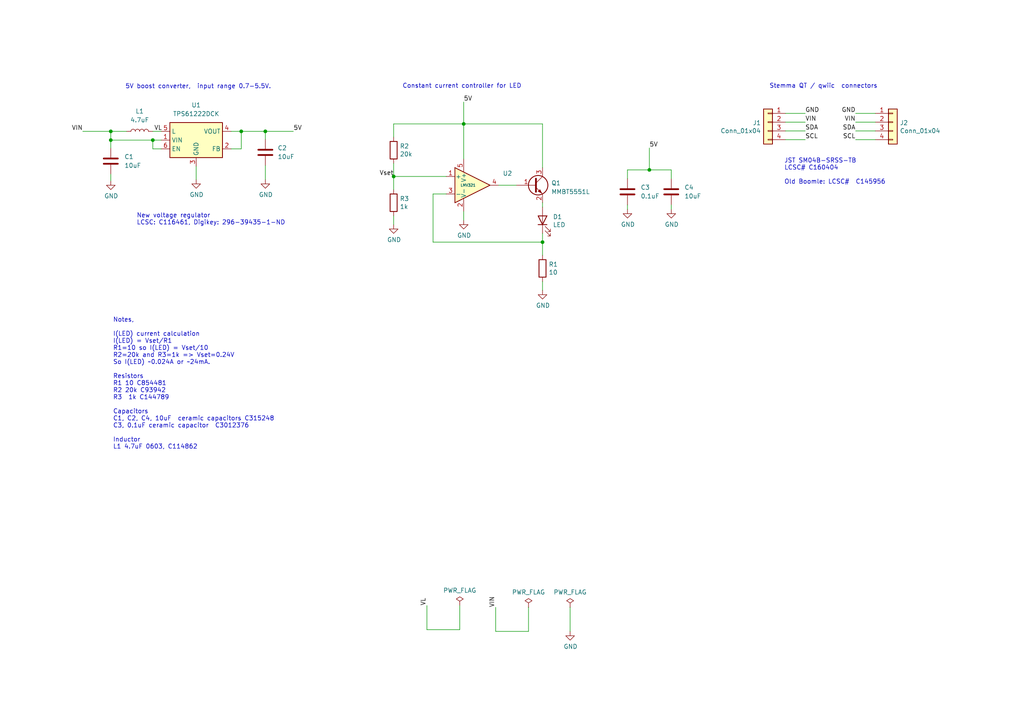
<source format=kicad_sch>
(kicad_sch (version 20230121) (generator eeschema)
  (paper "A4")
  (lib_symbols
    (symbol "Amplifier_Operational:LMV321" (pin_names (offset 0.127))
      (property "Reference" "U" (at 0 5.08 0))
      (property "Value" "LMV321" (at 0 -5.08 0))
      (symbol "LMV321_0_1"
        (polyline (pts (xy -5.08 5.08) (xy 5.08 0) (xy -5.08 -5.08) (xy -5.08 5.08)) (stroke (width 0.254)) (fill (type background)))
        (pin power_in line (at -2.54 -7.62 90) (length 3.81) (name "V-") (number "2"))
        (pin power_in line (at -2.54 7.62 270) (length 3.81) (name "V+") (number "5"))
      )
      (symbol "LMV321_1_1"
        (pin input line (at -7.62 2.54 0) (length 2.54) (name "+") (number "1"))
        (pin input line (at -7.62 -2.54 0) (length 2.54) (name "-") (number "3"))
        (pin output line (at 7.62 0 180) (length 2.54) (name "~") (number "4"))
      )
    )
    (symbol "Connector_Generic:Conn_01x04" (pin_names (offset 1.016) hide)
      (property "Reference" "J" (at 0 5.08 0))
      (property "Value" "Conn_01x04" (at 0 -7.62 0))
      (symbol "Conn_01x04_1_1"
        (rectangle (start -1.27 -4.953) (end 0 -5.207) (stroke (width 0.1524)))
        (rectangle (start -1.27 -2.413) (end 0 -2.667) (stroke (width 0.1524)))
        (rectangle (start -1.27 0.127) (end 0 -0.127) (stroke (width 0.1524)))
        (rectangle (start -1.27 2.667) (end 0 2.413) (stroke (width 0.1524)))
        (rectangle (start -1.27 3.81) (end 1.27 -6.35) (stroke (width 0.254)) (fill (type background)))
        (pin passive line (at -5.08 2.54 0) (length 3.81) (name "Pin_1") (number "1"))
        (pin passive line (at -5.08 0 0) (length 3.81) (name "Pin_2") (number "2"))
        (pin passive line (at -5.08 -2.54 0) (length 3.81) (name "Pin_3") (number "3"))
        (pin passive line (at -5.08 -5.08 0) (length 3.81) (name "Pin_4") (number "4"))
      )
    )
    (symbol "Device:C" (pin_numbers hide) (pin_names (offset 0.254))
      (property "Reference" "C" (at 0.635 2.54 0))
      (property "Value" "C" (at 0.635 -2.54 0))
      (symbol "C_0_1"
        (polyline (pts (xy -2.032 -0.762) (xy 2.032 -0.762)) (stroke (width 0.508)))
        (polyline (pts (xy -2.032 0.762) (xy 2.032 0.762)) (stroke (width 0.508)))
      )
      (symbol "C_1_1"
        (pin passive line (at 0 3.81 270) (length 2.794) (name "~") (number "1"))
        (pin passive line (at 0 -3.81 90) (length 2.794) (name "~") (number "2"))
      )
    )
    (symbol "Device:L" (pin_numbers hide) (pin_names (offset 1.016) hide)
      (property "Reference" "L" (at -1.27 0 90))
      (property "Value" "L" (at 1.905 0 90))
      (symbol "L_0_1"
        (arc (start 0 -2.54) (mid 0.6323 -1.905) (end 0 -1.27))
        (arc (start 0 -1.27) (mid 0.6323 -0.635) (end 0 0))
        (arc (start 0 0) (mid 0.6323 0.635) (end 0 1.27))
        (arc (start 0 1.27) (mid 0.6323 1.905) (end 0 2.54))
      )
      (symbol "L_1_1"
        (pin passive line (at 0 3.81 270) (length 1.27) (name "1") (number "1"))
        (pin passive line (at 0 -3.81 90) (length 1.27) (name "2") (number "2"))
      )
    )
    (symbol "Device:LED" (pin_numbers hide) (pin_names (offset 1.016) hide)
      (property "Reference" "D" (at 0 2.54 0))
      (property "Value" "LED" (at 0 -2.54 0))
      (symbol "LED_0_1"
        (polyline (pts (xy -1.27 -1.27) (xy -1.27 1.27)) (stroke (width 0.254)))
        (polyline (pts (xy -1.27 0) (xy 1.27 0)))
        (polyline (pts (xy 1.27 -1.27) (xy 1.27 1.27) (xy -1.27 0) (xy 1.27 -1.27)) (stroke (width 0.254)))
        (polyline (pts (xy -3.048 -0.762) (xy -4.572 -2.286) (xy -3.81 -2.286) (xy -4.572 -2.286) (xy -4.572 -1.524)))
        (polyline (pts (xy -1.778 -0.762) (xy -3.302 -2.286) (xy -2.54 -2.286) (xy -3.302 -2.286) (xy -3.302 -1.524)))
      )
      (symbol "LED_1_1"
        (pin passive line (at -3.81 0 0) (length 2.54) (name "K") (number "1"))
        (pin passive line (at 3.81 0 180) (length 2.54) (name "A") (number "2"))
      )
    )
    (symbol "Device:R" (pin_numbers hide) (pin_names (offset 0))
      (property "Reference" "R" (at 2.032 0 90))
      (property "Value" "R" (at 0 0 90))
      (symbol "R_0_1"
        (rectangle (start -1.016 -2.54) (end 1.016 2.54) (stroke (width 0.254)))
      )
      (symbol "R_1_1"
        (pin passive line (at 0 3.81 270) (length 1.27) (name "~") (number "1"))
        (pin passive line (at 0 -3.81 90) (length 1.27) (name "~") (number "2"))
      )
    )
    (symbol "Regulator_Switching:TPS61222DCK"
      (property "Reference" "U" (at -7.62 6.35 0))
      (property "Value" "TPS61222DCK" (at 2.54 6.35 0))
      (symbol "TPS61222DCK_0_1"
        (rectangle (start -7.62 5.08) (end 7.62 -5.08) (stroke (width 0.254)) (fill (type background)))
      )
      (symbol "TPS61222DCK_1_1"
        (pin power_in line (at -10.16 0 0) (length 2.54) (name "VIN") (number "1"))
        (pin input line (at 10.16 -2.54 180) (length 2.54) (name "FB") (number "2"))
        (pin power_in line (at 0 -7.62 90) (length 2.54) (name "GND") (number "3"))
        (pin power_out line (at 10.16 2.54 180) (length 2.54) (name "VOUT") (number "4"))
        (pin power_in line (at -10.16 2.54 0) (length 2.54) (name "L") (number "5"))
        (pin input line (at -10.16 -2.54 0) (length 2.54) (name "EN") (number "6"))
      )
    )
    (symbol "Transistor_BJT:MMBT5551L" (pin_names (offset 0) hide)
      (property "Reference" "Q" (at 5.08 1.905 0))
      (property "Value" "MMBT5551L" (at 5.08 0 0))
      (symbol "MMBT5551L_0_1"
        (polyline (pts (xy 0.635 0.635) (xy 2.54 2.54)))
        (polyline (pts (xy 0.635 -0.635) (xy 2.54 -2.54) (xy 2.54 -2.54)))
        (polyline (pts (xy 0.635 1.905) (xy 0.635 -1.905) (xy 0.635 -1.905)) (stroke (width 0.508)))
        (polyline (pts (xy 1.27 -1.778) (xy 1.778 -1.27) (xy 2.286 -2.286) (xy 1.27 -1.778) (xy 1.27 -1.778)) (fill (type outline)))
        (circle (center 1.27 0) (radius 2.8194) (stroke (width 0.254)))
      )
      (symbol "MMBT5551L_1_1"
        (pin input line (at -5.08 0 0) (length 5.715) (name "B") (number "1"))
        (pin passive line (at 2.54 -5.08 90) (length 2.54) (name "E") (number "2"))
        (pin passive line (at 2.54 5.08 270) (length 2.54) (name "C") (number "3"))
      )
    )
    (symbol "power:GND" (power) (pin_names (offset 0))
      (property "Value" "GND" (at 0 -3.81 0))
      (symbol "GND_0_1"
        (polyline (pts (xy 0 0) (xy 0 -1.27) (xy 1.27 -1.27) (xy 0 -2.54) (xy -1.27 -1.27) (xy 0 -1.27)))
      )
      (symbol "GND_1_1"
        (pin power_in line (at 0 0 270) (length 0) hide (name "GND") (number "1"))
      )
    )
    (symbol "power:PWR_FLAG" (power) (pin_numbers hide) (pin_names (offset 0) hide)
      (property "Value" "PWR_FLAG" (at 0 3.81 0))
      (symbol "PWR_FLAG_0_0"
        (pin power_out line (at 0 0 90) (length 0) (name "pwr") (number "1"))
      )
      (symbol "PWR_FLAG_0_1"
        (polyline (pts (xy 0 0) (xy 0 1.27) (xy -1.016 1.905) (xy 0 2.54) (xy 1.016 1.905) (xy 0 1.27)))
      )
    )
  )
  (junction (at 134.493 35.941))
  (junction (at 69.977 38.1))
  (junction (at 157.353 70.231))
  (junction (at 32.131 40.64))
  (junction (at 32.131 38.1))
  (junction (at 44.323 40.64))
  (junction (at 188.341 49.276))
  (junction (at 114.173 51.181))
  (junction (at 76.962 38.1))
  (wire (pts (xy 69.977 43.18) (xy 67.056 43.18)))
  (wire (pts (xy 125.603 56.261) (xy 129.413 56.261)))
  (wire (pts (xy 188.341 42.926) (xy 188.341 49.276)))
  (wire (pts (xy 157.353 70.231) (xy 125.603 70.231)))
  (wire (pts (xy 227.838 35.433) (xy 233.553 35.433)))
  (wire (pts (xy 157.353 81.661) (xy 157.353 84.201)))
  (wire (pts (xy 253.873 37.973) (xy 248.158 37.973)))
  (wire (pts (xy 157.353 67.691) (xy 157.353 70.231)))
  (wire (pts (xy 44.323 40.64) (xy 46.736 40.64)))
  (wire (pts (xy 114.173 35.941) (xy 114.173 39.751)))
  (wire (pts (xy 32.131 40.64) (xy 44.323 40.64)))
  (wire (pts (xy 133.35 175.641) (xy 133.35 182.626)))
  (wire (pts (xy 157.353 35.941) (xy 157.353 48.641)))
  (wire (pts (xy 114.173 51.181) (xy 114.173 47.371)))
  (wire (pts (xy 69.977 38.1) (xy 69.977 43.18)))
  (wire (pts (xy 253.873 35.433) (xy 248.158 35.433)))
  (wire (pts (xy 227.838 32.893) (xy 233.553 32.893)))
  (wire (pts (xy 114.173 51.181) (xy 114.173 54.991)))
  (wire (pts (xy 134.493 61.341) (xy 134.493 63.881)))
  (wire (pts (xy 36.703 38.1) (xy 32.131 38.1)))
  (wire (pts (xy 253.873 32.893) (xy 248.158 32.893)))
  (wire (pts (xy 188.341 49.276) (xy 194.691 49.276)))
  (wire (pts (xy 153.289 183.134) (xy 143.764 183.134)))
  (wire (pts (xy 194.691 59.436) (xy 194.691 60.706)))
  (wire (pts (xy 134.493 35.941) (xy 134.493 46.101)))
  (wire (pts (xy 153.289 176.149) (xy 153.289 183.134)))
  (wire (pts (xy 46.736 43.18) (xy 44.323 43.18)))
  (wire (pts (xy 194.691 49.276) (xy 194.691 51.816)))
  (wire (pts (xy 181.991 59.436) (xy 181.991 60.706)))
  (wire (pts (xy 67.056 38.1) (xy 69.977 38.1)))
  (wire (pts (xy 32.131 38.1) (xy 32.131 40.64)))
  (wire (pts (xy 253.873 40.513) (xy 248.158 40.513)))
  (wire (pts (xy 143.764 183.134) (xy 143.764 176.149)))
  (wire (pts (xy 114.173 62.611) (xy 114.173 65.151)))
  (wire (pts (xy 69.977 38.1) (xy 76.962 38.1)))
  (wire (pts (xy 157.353 58.801) (xy 157.353 60.071)))
  (wire (pts (xy 114.173 51.181) (xy 129.413 51.181)))
  (wire (pts (xy 134.493 35.941) (xy 114.173 35.941)))
  (wire (pts (xy 24.003 38.1) (xy 32.131 38.1)))
  (wire (pts (xy 133.35 182.626) (xy 123.825 182.626)))
  (wire (pts (xy 32.131 40.64) (xy 32.131 42.926)))
  (wire (pts (xy 76.962 38.1) (xy 76.962 40.386)))
  (wire (pts (xy 76.962 48.006) (xy 76.962 52.07)))
  (wire (pts (xy 32.131 50.546) (xy 32.131 52.451)))
  (wire (pts (xy 181.991 49.276) (xy 188.341 49.276)))
  (wire (pts (xy 134.493 35.941) (xy 157.353 35.941)))
  (wire (pts (xy 76.962 38.1) (xy 85.09 38.1)))
  (wire (pts (xy 123.825 182.626) (xy 123.825 175.641)))
  (wire (pts (xy 227.838 37.973) (xy 233.553 37.973)))
  (wire (pts (xy 44.323 38.1) (xy 46.736 38.1)))
  (wire (pts (xy 44.323 43.18) (xy 44.323 40.64)))
  (wire (pts (xy 165.354 176.149) (xy 165.354 183.134)))
  (wire (pts (xy 144.653 53.721) (xy 149.733 53.721)))
  (wire (pts (xy 125.603 70.231) (xy 125.603 56.261)))
  (wire (pts (xy 134.493 29.591) (xy 134.493 35.941)))
  (wire (pts (xy 181.991 51.816) (xy 181.991 49.276)))
  (wire (pts (xy 227.838 40.513) (xy 233.553 40.513)))
  (wire (pts (xy 56.896 48.26) (xy 56.896 52.07)))
  (wire (pts (xy 157.353 70.231) (xy 157.353 74.041)))
  (text "JST SM04B-SRSS-TB\nLCSC# C160404\n\nOld Boomle: LCSC#  C145956\n" (at 227.457 53.594 0) (effects (font (size 1.27 1.27)) (justify left bottom)))
  (text "Stemma QT / qwiic  connectors\n" (at 223.139 25.781 0) (effects (font (size 1.27 1.27)) (justify left bottom)))
  (text "New voltage regulator\nLCSC: C116461, Digikey: 296-39435-1-ND " (at 39.624 65.405 0) (effects (font (size 1.27 1.27)) (justify left bottom)))
  (text "Constant current controller for LED" (at 116.713 25.781 0) (effects (font (size 1.27 1.27)) (justify left bottom)))
  (text "5V boost converter,  input range 0.7-5.5V. " (at 36.322 25.908 0) (effects (font (size 1.27 1.27)) (justify left bottom)))
  (text "Notes, \n\nI(LED) current calculation\nI(LED) = Vset/R1\nR1=10 so I(LED) = Vset/10\nR2=20k and R3=1k => Vset=0.24V\nSo I(LED) ~0.024A or ~24mA. \n\nResistors\nR1 10 C854481\nR2 20k C93942\nR3  1k C144789\n\nCapacitors\nC1, C2, C4, 10uF  ceramic capacitors C315248\nC3, 0.1uF ceramic capacitor  C3012376\n\nInductor\nL1 4.7uF 0603, C114862\n" (at 32.766 130.429 0) (effects (font (size 1.27 1.27)) (justify left bottom)))
  (label "SCL" (at 233.553 40.513 0))
  (label "VIN" (at 24.003 38.1 180))
  (label "SCL" (at 248.158 40.513 180))
  (label "Vset" (at 114.173 51.181 180))
  (label "SDA" (at 248.158 37.973 180))
  (label "VIN" (at 143.764 176.149 90))
  (label "5V" (at 134.493 29.591 0))
  (label "5V" (at 188.341 42.926 0))
  (label "VIN" (at 248.158 35.433 180))
  (label "VIN" (at 233.553 35.433 0))
  (label "5V" (at 85.09 38.1 0))
  (label "GND" (at 233.553 32.893 0))
  (label "GND" (at 248.158 32.893 180))
  (label "VL" (at 44.704 38.1 0))
  (label "VL" (at 123.825 175.641 90))
  (label "SDA" (at 233.553 37.973 0))
  (symbol (lib_id "Connector_Generic:Conn_01x04") (at 222.758 35.433 0) (mirror y) (unit 1)
    (property "Reference" "J1" (at 220.726 35.6362 0) (effects (justify left)))
    (property "Value" "Conn_01x04" (at 220.726 37.9476 0) (effects (justify left)))
    (property "Footprint" "JST_SH_SM04B_custom:JST_SH_SM04B-SRSS-TB_1x04-1MP_P1.00mm_Horizontal" (effects hide))
  )
  (symbol (lib_id "Connector_Generic:Conn_01x04") (at 258.953 35.433 0) (unit 1)
    (property "Reference" "J2" (at 260.985 35.6362 0) (effects (justify left)))
    (property "Value" "Conn_01x04" (at 260.985 37.9476 0) (effects (justify left)))
    (property "Footprint" "JST_SH_SM04B_custom:JST_SH_SM04B-SRSS-TB_1x04-1MP_P1.00mm_Horizontal" (effects hide))
  )
  (symbol (lib_id "Device:LED") (at 157.353 63.881 90) (unit 1)
    (property "Reference" "D1" (at 160.3502 62.8904 90) (effects (justify right)))
    (property "Value" "LED" (at 160.3502 65.2018 90) (effects (justify right)))
    (property "Footprint" "LED_D3mm_custom:LED_D3.0mm" (effects hide))
  )
  (symbol (lib_id "Device:R") (at 157.353 77.851 0) (unit 1)
    (property "Reference" "R1" (at 159.131 76.6826 0) (effects (justify left)))
    (property "Value" "10" (at 159.131 78.994 0) (effects (justify left)))
    (property "Footprint" "Resistor_SMD:R_0402_1005Metric" (effects hide))
  )
  (symbol (lib_id "power:GND") (at 157.353 84.201 0) (unit 1)
    (property "Reference" "#PWR08" (effects hide))
    (property "Value" "GND" (at 157.48 88.5952 0))
  )
  (symbol (lib_id "power:PWR_FLAG") (at 165.354 176.149 0) (unit 1)
    (property "Reference" "#FLG0101" (effects hide))
    (property "Value" "PWR_FLAG" (at 165.354 171.7548 0))
  )
  (symbol (lib_id "power:PWR_FLAG") (at 153.289 176.149 0) (unit 1)
    (property "Reference" "#FLG0102" (effects hide))
    (property "Value" "PWR_FLAG" (at 153.289 171.7548 0))
  )
  (symbol (lib_id "power:GND") (at 165.354 183.134 0) (unit 1)
    (property "Reference" "#PWR0101" (effects hide))
    (property "Value" "GND" (at 165.481 187.5282 0))
  )
  (symbol (lib_id "Device:C") (at 194.691 55.626 0) (unit 1)
    (property "Reference" "C4" (at 198.501 54.356 0) (effects (justify left)))
    (property "Value" "10uF" (at 198.501 56.896 0) (effects (justify left)))
    (property "Footprint" "Capacitor_SMD:C_0402_1005Metric" (effects hide))
  )
  (symbol (lib_id "Device:C") (at 181.991 55.626 0) (unit 1)
    (property "Reference" "C3" (at 185.801 54.356 0) (effects (justify left)))
    (property "Value" "0.1uF" (at 185.801 56.896 0) (effects (justify left)))
    (property "Footprint" "Capacitor_SMD:C_0402_1005Metric" (effects hide))
  )
  (symbol (lib_id "power:GND") (at 194.691 60.706 0) (unit 1)
    (property "Reference" "#PWR06" (effects hide))
    (property "Value" "GND" (at 194.818 65.1002 0))
  )
  (symbol (lib_id "power:GND") (at 32.131 52.451 0) (unit 1)
    (property "Reference" "#PWR011" (effects hide))
    (property "Value" "GND" (at 32.258 56.8452 0))
  )
  (symbol (lib_id "power:GND") (at 56.896 52.07 0) (unit 1)
    (property "Reference" "#PWR09" (effects hide))
    (property "Value" "GND" (at 57.023 56.4642 0))
  )
  (symbol (lib_id "power:GND") (at 134.493 63.881 0) (unit 1)
    (property "Reference" "#PWR04" (effects hide))
    (property "Value" "GND" (at 134.62 68.2752 0))
  )
  (symbol (lib_id "Regulator_Switching:TPS61222DCK") (at 56.896 40.64 0) (unit 1)
    (property "Reference" "U1" (at 56.896 30.48 0))
    (property "Value" "TPS61222DCK" (at 56.896 33.02 0))
    (property "Footprint" "Package_TO_SOT_SMD:SOT-363_SC-70-6" (effects hide))
    (property "Datasheet" "http://www.ti.com/lit/ds/symlink/tps61220.pdf" (effects hide))
  )
  (symbol (lib_id "Device:C") (at 32.131 46.736 180) (unit 1)
    (property "Reference" "C1" (at 36.068 45.466 0) (effects (justify right)))
    (property "Value" "10uF" (at 36.068 48.006 0) (effects (justify right)))
    (property "Footprint" "Capacitor_SMD:C_0402_1005Metric" (effects hide))
  )
  (symbol (lib_id "power:PWR_FLAG") (at 133.35 175.641 0) (unit 1)
    (property "Reference" "#FLG01" (effects hide))
    (property "Value" "PWR_FLAG" (at 133.35 171.2468 0))
  )
  (symbol (lib_id "power:GND") (at 181.991 60.706 0) (unit 1)
    (property "Reference" "#PWR05" (effects hide))
    (property "Value" "GND" (at 182.118 65.1002 0))
  )
  (symbol (lib_id "power:GND") (at 114.173 65.151 0) (unit 1)
    (property "Reference" "#PWR07" (effects hide))
    (property "Value" "GND" (at 114.3 69.5452 0))
  )
  (symbol (lib_id "Device:C") (at 76.962 44.196 180) (unit 1)
    (property "Reference" "C2" (at 80.518 42.926 0) (effects (justify right)))
    (property "Value" "10uF" (at 80.518 45.466 0) (effects (justify right)))
    (property "Footprint" "Capacitor_SMD:C_0402_1005Metric" (effects hide))
  )
  (symbol (lib_id "power:GND") (at 76.962 52.07 0) (unit 1)
    (property "Reference" "#PWR010" (effects hide))
    (property "Value" "GND" (at 77.089 56.4642 0))
  )
  (symbol (lib_id "Device:R") (at 114.173 43.561 0) (unit 1)
    (property "Reference" "R2" (at 115.951 42.3926 0) (effects (justify left)))
    (property "Value" "20k" (at 115.951 44.704 0) (effects (justify left)))
    (property "Footprint" "Resistor_SMD:R_0402_1005Metric" (effects hide))
  )
  (symbol (lib_id "Amplifier_Operational:LMV321") (at 137.033 53.721 0) (unit 1)
    (property "Reference" "U2" (at 147.193 50.2921 0))
    (property "Value" "LMV321" (at 135.763 53.721 0) (effects (font (size 0.762 0.762))))
    (property "Footprint" "Package_TO_SOT_SMD:SOT-23-5" (effects hide))
    (property "Datasheet" "http://www.ti.com/lit/ds/symlink/lmv324.pdf" (effects hide))
  )
  (symbol (lib_id "Transistor_BJT:MMBT5551L") (at 154.813 53.721 0) (unit 1)
    (property "Reference" "Q1" (at 159.893 53.086 0) (effects (justify left)))
    (property "Value" "MMBT5551L" (at 159.893 55.626 0) (effects (justify left)))
    (property "Footprint" "Package_TO_SOT_SMD:SOT-23" (effects hide))
    (property "Datasheet" "www.onsemi.com/pub/Collateral/MMBT5550LT1-D.PDF" (effects hide))
  )
  (symbol (lib_id "Device:R") (at 114.173 58.801 0) (unit 1)
    (property "Reference" "R3" (at 115.951 57.6326 0) (effects (justify left)))
    (property "Value" "1k" (at 115.951 59.944 0) (effects (justify left)))
    (property "Footprint" "Resistor_SMD:R_0402_1005Metric" (effects hide))
  )
  (symbol (lib_id "Device:L") (at 40.513 38.1 90) (unit 1)
    (property "Reference" "L1" (at 40.513 32.258 90))
    (property "Value" "4.7uF" (at 40.513 34.798 90))
    (property "Footprint" "Inductor_SMD:L_0603_1608Metric" (effects hide))
  )
)
</source>
